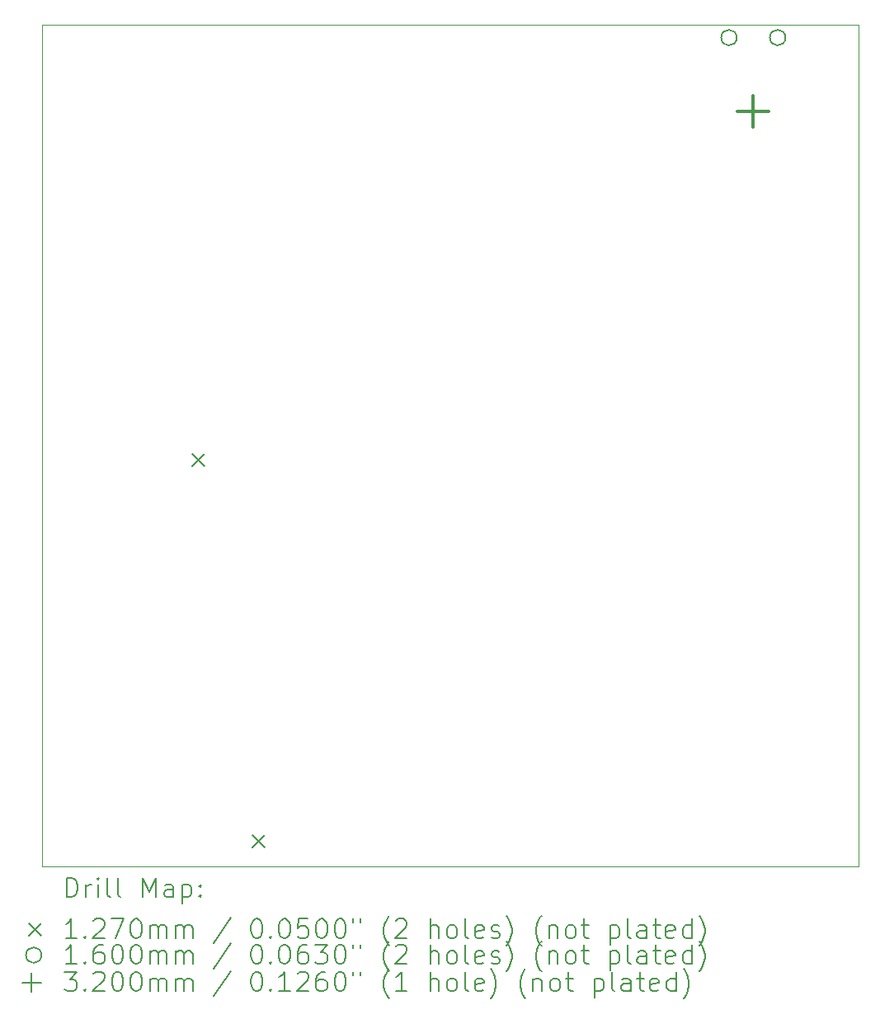
<source format=gbr>
%TF.GenerationSoftware,KiCad,Pcbnew,(6.0.7)*%
%TF.CreationDate,2022-08-03T23:00:54+02:00*%
%TF.ProjectId,SD_interrupter,53445f69-6e74-4657-9272-75707465722e,rev?*%
%TF.SameCoordinates,Original*%
%TF.FileFunction,Drillmap*%
%TF.FilePolarity,Positive*%
%FSLAX45Y45*%
G04 Gerber Fmt 4.5, Leading zero omitted, Abs format (unit mm)*
G04 Created by KiCad (PCBNEW (6.0.7)) date 2022-08-03 23:00:54*
%MOMM*%
%LPD*%
G01*
G04 APERTURE LIST*
%ADD10C,0.100000*%
%ADD11C,0.200000*%
%ADD12C,0.127000*%
%ADD13C,0.160000*%
%ADD14C,0.320000*%
G04 APERTURE END LIST*
D10*
X2158600Y-2540000D02*
X10540600Y-2540000D01*
X10540600Y-2540000D02*
X10540600Y-11176000D01*
X10540600Y-11176000D02*
X2158600Y-11176000D01*
X2158600Y-11176000D02*
X2158600Y-2540000D01*
D11*
D12*
X3698200Y-6938500D02*
X3825200Y-7065500D01*
X3825200Y-6938500D02*
X3698200Y-7065500D01*
X4316000Y-10854500D02*
X4443000Y-10981500D01*
X4443000Y-10854500D02*
X4316000Y-10981500D01*
D13*
X9291763Y-2671000D02*
G75*
G03*
X9291763Y-2671000I-80000J0D01*
G01*
X9791763Y-2671000D02*
G75*
G03*
X9791763Y-2671000I-80000J0D01*
G01*
D14*
X9461763Y-3271000D02*
X9461763Y-3591000D01*
X9301763Y-3431000D02*
X9621763Y-3431000D01*
D11*
X2411219Y-11491476D02*
X2411219Y-11291476D01*
X2458838Y-11291476D01*
X2487410Y-11301000D01*
X2506457Y-11320048D01*
X2515981Y-11339095D01*
X2525505Y-11377190D01*
X2525505Y-11405762D01*
X2515981Y-11443857D01*
X2506457Y-11462905D01*
X2487410Y-11481952D01*
X2458838Y-11491476D01*
X2411219Y-11491476D01*
X2611219Y-11491476D02*
X2611219Y-11358143D01*
X2611219Y-11396238D02*
X2620743Y-11377190D01*
X2630267Y-11367667D01*
X2649314Y-11358143D01*
X2668362Y-11358143D01*
X2735029Y-11491476D02*
X2735029Y-11358143D01*
X2735029Y-11291476D02*
X2725505Y-11301000D01*
X2735029Y-11310524D01*
X2744552Y-11301000D01*
X2735029Y-11291476D01*
X2735029Y-11310524D01*
X2858838Y-11491476D02*
X2839790Y-11481952D01*
X2830267Y-11462905D01*
X2830267Y-11291476D01*
X2963600Y-11491476D02*
X2944552Y-11481952D01*
X2935028Y-11462905D01*
X2935028Y-11291476D01*
X3192171Y-11491476D02*
X3192171Y-11291476D01*
X3258838Y-11434333D01*
X3325505Y-11291476D01*
X3325505Y-11491476D01*
X3506457Y-11491476D02*
X3506457Y-11386714D01*
X3496933Y-11367667D01*
X3477886Y-11358143D01*
X3439790Y-11358143D01*
X3420743Y-11367667D01*
X3506457Y-11481952D02*
X3487409Y-11491476D01*
X3439790Y-11491476D01*
X3420743Y-11481952D01*
X3411219Y-11462905D01*
X3411219Y-11443857D01*
X3420743Y-11424809D01*
X3439790Y-11415286D01*
X3487409Y-11415286D01*
X3506457Y-11405762D01*
X3601695Y-11358143D02*
X3601695Y-11558143D01*
X3601695Y-11367667D02*
X3620743Y-11358143D01*
X3658838Y-11358143D01*
X3677886Y-11367667D01*
X3687409Y-11377190D01*
X3696933Y-11396238D01*
X3696933Y-11453381D01*
X3687409Y-11472428D01*
X3677886Y-11481952D01*
X3658838Y-11491476D01*
X3620743Y-11491476D01*
X3601695Y-11481952D01*
X3782648Y-11472428D02*
X3792171Y-11481952D01*
X3782648Y-11491476D01*
X3773124Y-11481952D01*
X3782648Y-11472428D01*
X3782648Y-11491476D01*
X3782648Y-11367667D02*
X3792171Y-11377190D01*
X3782648Y-11386714D01*
X3773124Y-11377190D01*
X3782648Y-11367667D01*
X3782648Y-11386714D01*
D12*
X2026600Y-11757500D02*
X2153600Y-11884500D01*
X2153600Y-11757500D02*
X2026600Y-11884500D01*
D11*
X2515981Y-11911476D02*
X2401695Y-11911476D01*
X2458838Y-11911476D02*
X2458838Y-11711476D01*
X2439790Y-11740048D01*
X2420743Y-11759095D01*
X2401695Y-11768619D01*
X2601695Y-11892428D02*
X2611219Y-11901952D01*
X2601695Y-11911476D01*
X2592171Y-11901952D01*
X2601695Y-11892428D01*
X2601695Y-11911476D01*
X2687410Y-11730524D02*
X2696933Y-11721000D01*
X2715981Y-11711476D01*
X2763600Y-11711476D01*
X2782648Y-11721000D01*
X2792171Y-11730524D01*
X2801695Y-11749571D01*
X2801695Y-11768619D01*
X2792171Y-11797190D01*
X2677886Y-11911476D01*
X2801695Y-11911476D01*
X2868362Y-11711476D02*
X3001695Y-11711476D01*
X2915981Y-11911476D01*
X3115981Y-11711476D02*
X3135028Y-11711476D01*
X3154076Y-11721000D01*
X3163600Y-11730524D01*
X3173124Y-11749571D01*
X3182648Y-11787667D01*
X3182648Y-11835286D01*
X3173124Y-11873381D01*
X3163600Y-11892428D01*
X3154076Y-11901952D01*
X3135028Y-11911476D01*
X3115981Y-11911476D01*
X3096933Y-11901952D01*
X3087409Y-11892428D01*
X3077886Y-11873381D01*
X3068362Y-11835286D01*
X3068362Y-11787667D01*
X3077886Y-11749571D01*
X3087409Y-11730524D01*
X3096933Y-11721000D01*
X3115981Y-11711476D01*
X3268362Y-11911476D02*
X3268362Y-11778143D01*
X3268362Y-11797190D02*
X3277886Y-11787667D01*
X3296933Y-11778143D01*
X3325505Y-11778143D01*
X3344552Y-11787667D01*
X3354076Y-11806714D01*
X3354076Y-11911476D01*
X3354076Y-11806714D02*
X3363600Y-11787667D01*
X3382648Y-11778143D01*
X3411219Y-11778143D01*
X3430267Y-11787667D01*
X3439790Y-11806714D01*
X3439790Y-11911476D01*
X3535028Y-11911476D02*
X3535028Y-11778143D01*
X3535028Y-11797190D02*
X3544552Y-11787667D01*
X3563600Y-11778143D01*
X3592171Y-11778143D01*
X3611219Y-11787667D01*
X3620743Y-11806714D01*
X3620743Y-11911476D01*
X3620743Y-11806714D02*
X3630267Y-11787667D01*
X3649314Y-11778143D01*
X3677886Y-11778143D01*
X3696933Y-11787667D01*
X3706457Y-11806714D01*
X3706457Y-11911476D01*
X4096933Y-11701952D02*
X3925505Y-11959095D01*
X4354076Y-11711476D02*
X4373124Y-11711476D01*
X4392171Y-11721000D01*
X4401695Y-11730524D01*
X4411219Y-11749571D01*
X4420743Y-11787667D01*
X4420743Y-11835286D01*
X4411219Y-11873381D01*
X4401695Y-11892428D01*
X4392171Y-11901952D01*
X4373124Y-11911476D01*
X4354076Y-11911476D01*
X4335029Y-11901952D01*
X4325505Y-11892428D01*
X4315981Y-11873381D01*
X4306457Y-11835286D01*
X4306457Y-11787667D01*
X4315981Y-11749571D01*
X4325505Y-11730524D01*
X4335029Y-11721000D01*
X4354076Y-11711476D01*
X4506457Y-11892428D02*
X4515981Y-11901952D01*
X4506457Y-11911476D01*
X4496933Y-11901952D01*
X4506457Y-11892428D01*
X4506457Y-11911476D01*
X4639790Y-11711476D02*
X4658838Y-11711476D01*
X4677886Y-11721000D01*
X4687410Y-11730524D01*
X4696933Y-11749571D01*
X4706457Y-11787667D01*
X4706457Y-11835286D01*
X4696933Y-11873381D01*
X4687410Y-11892428D01*
X4677886Y-11901952D01*
X4658838Y-11911476D01*
X4639790Y-11911476D01*
X4620743Y-11901952D01*
X4611219Y-11892428D01*
X4601695Y-11873381D01*
X4592171Y-11835286D01*
X4592171Y-11787667D01*
X4601695Y-11749571D01*
X4611219Y-11730524D01*
X4620743Y-11721000D01*
X4639790Y-11711476D01*
X4887410Y-11711476D02*
X4792171Y-11711476D01*
X4782648Y-11806714D01*
X4792171Y-11797190D01*
X4811219Y-11787667D01*
X4858838Y-11787667D01*
X4877886Y-11797190D01*
X4887410Y-11806714D01*
X4896933Y-11825762D01*
X4896933Y-11873381D01*
X4887410Y-11892428D01*
X4877886Y-11901952D01*
X4858838Y-11911476D01*
X4811219Y-11911476D01*
X4792171Y-11901952D01*
X4782648Y-11892428D01*
X5020743Y-11711476D02*
X5039790Y-11711476D01*
X5058838Y-11721000D01*
X5068362Y-11730524D01*
X5077886Y-11749571D01*
X5087410Y-11787667D01*
X5087410Y-11835286D01*
X5077886Y-11873381D01*
X5068362Y-11892428D01*
X5058838Y-11901952D01*
X5039790Y-11911476D01*
X5020743Y-11911476D01*
X5001695Y-11901952D01*
X4992171Y-11892428D01*
X4982648Y-11873381D01*
X4973124Y-11835286D01*
X4973124Y-11787667D01*
X4982648Y-11749571D01*
X4992171Y-11730524D01*
X5001695Y-11721000D01*
X5020743Y-11711476D01*
X5211219Y-11711476D02*
X5230267Y-11711476D01*
X5249314Y-11721000D01*
X5258838Y-11730524D01*
X5268362Y-11749571D01*
X5277886Y-11787667D01*
X5277886Y-11835286D01*
X5268362Y-11873381D01*
X5258838Y-11892428D01*
X5249314Y-11901952D01*
X5230267Y-11911476D01*
X5211219Y-11911476D01*
X5192171Y-11901952D01*
X5182648Y-11892428D01*
X5173124Y-11873381D01*
X5163600Y-11835286D01*
X5163600Y-11787667D01*
X5173124Y-11749571D01*
X5182648Y-11730524D01*
X5192171Y-11721000D01*
X5211219Y-11711476D01*
X5354076Y-11711476D02*
X5354076Y-11749571D01*
X5430267Y-11711476D02*
X5430267Y-11749571D01*
X5725505Y-11987667D02*
X5715981Y-11978143D01*
X5696933Y-11949571D01*
X5687409Y-11930524D01*
X5677886Y-11901952D01*
X5668362Y-11854333D01*
X5668362Y-11816238D01*
X5677886Y-11768619D01*
X5687409Y-11740048D01*
X5696933Y-11721000D01*
X5715981Y-11692428D01*
X5725505Y-11682905D01*
X5792171Y-11730524D02*
X5801695Y-11721000D01*
X5820743Y-11711476D01*
X5868362Y-11711476D01*
X5887409Y-11721000D01*
X5896933Y-11730524D01*
X5906457Y-11749571D01*
X5906457Y-11768619D01*
X5896933Y-11797190D01*
X5782648Y-11911476D01*
X5906457Y-11911476D01*
X6144552Y-11911476D02*
X6144552Y-11711476D01*
X6230267Y-11911476D02*
X6230267Y-11806714D01*
X6220743Y-11787667D01*
X6201695Y-11778143D01*
X6173124Y-11778143D01*
X6154076Y-11787667D01*
X6144552Y-11797190D01*
X6354076Y-11911476D02*
X6335028Y-11901952D01*
X6325505Y-11892428D01*
X6315981Y-11873381D01*
X6315981Y-11816238D01*
X6325505Y-11797190D01*
X6335028Y-11787667D01*
X6354076Y-11778143D01*
X6382648Y-11778143D01*
X6401695Y-11787667D01*
X6411219Y-11797190D01*
X6420743Y-11816238D01*
X6420743Y-11873381D01*
X6411219Y-11892428D01*
X6401695Y-11901952D01*
X6382648Y-11911476D01*
X6354076Y-11911476D01*
X6535028Y-11911476D02*
X6515981Y-11901952D01*
X6506457Y-11882905D01*
X6506457Y-11711476D01*
X6687409Y-11901952D02*
X6668362Y-11911476D01*
X6630267Y-11911476D01*
X6611219Y-11901952D01*
X6601695Y-11882905D01*
X6601695Y-11806714D01*
X6611219Y-11787667D01*
X6630267Y-11778143D01*
X6668362Y-11778143D01*
X6687409Y-11787667D01*
X6696933Y-11806714D01*
X6696933Y-11825762D01*
X6601695Y-11844809D01*
X6773124Y-11901952D02*
X6792171Y-11911476D01*
X6830267Y-11911476D01*
X6849314Y-11901952D01*
X6858838Y-11882905D01*
X6858838Y-11873381D01*
X6849314Y-11854333D01*
X6830267Y-11844809D01*
X6801695Y-11844809D01*
X6782648Y-11835286D01*
X6773124Y-11816238D01*
X6773124Y-11806714D01*
X6782648Y-11787667D01*
X6801695Y-11778143D01*
X6830267Y-11778143D01*
X6849314Y-11787667D01*
X6925505Y-11987667D02*
X6935028Y-11978143D01*
X6954076Y-11949571D01*
X6963600Y-11930524D01*
X6973124Y-11901952D01*
X6982648Y-11854333D01*
X6982648Y-11816238D01*
X6973124Y-11768619D01*
X6963600Y-11740048D01*
X6954076Y-11721000D01*
X6935028Y-11692428D01*
X6925505Y-11682905D01*
X7287409Y-11987667D02*
X7277886Y-11978143D01*
X7258838Y-11949571D01*
X7249314Y-11930524D01*
X7239790Y-11901952D01*
X7230267Y-11854333D01*
X7230267Y-11816238D01*
X7239790Y-11768619D01*
X7249314Y-11740048D01*
X7258838Y-11721000D01*
X7277886Y-11692428D01*
X7287409Y-11682905D01*
X7363600Y-11778143D02*
X7363600Y-11911476D01*
X7363600Y-11797190D02*
X7373124Y-11787667D01*
X7392171Y-11778143D01*
X7420743Y-11778143D01*
X7439790Y-11787667D01*
X7449314Y-11806714D01*
X7449314Y-11911476D01*
X7573124Y-11911476D02*
X7554076Y-11901952D01*
X7544552Y-11892428D01*
X7535028Y-11873381D01*
X7535028Y-11816238D01*
X7544552Y-11797190D01*
X7554076Y-11787667D01*
X7573124Y-11778143D01*
X7601695Y-11778143D01*
X7620743Y-11787667D01*
X7630267Y-11797190D01*
X7639790Y-11816238D01*
X7639790Y-11873381D01*
X7630267Y-11892428D01*
X7620743Y-11901952D01*
X7601695Y-11911476D01*
X7573124Y-11911476D01*
X7696933Y-11778143D02*
X7773124Y-11778143D01*
X7725505Y-11711476D02*
X7725505Y-11882905D01*
X7735028Y-11901952D01*
X7754076Y-11911476D01*
X7773124Y-11911476D01*
X7992171Y-11778143D02*
X7992171Y-11978143D01*
X7992171Y-11787667D02*
X8011219Y-11778143D01*
X8049314Y-11778143D01*
X8068362Y-11787667D01*
X8077886Y-11797190D01*
X8087409Y-11816238D01*
X8087409Y-11873381D01*
X8077886Y-11892428D01*
X8068362Y-11901952D01*
X8049314Y-11911476D01*
X8011219Y-11911476D01*
X7992171Y-11901952D01*
X8201695Y-11911476D02*
X8182648Y-11901952D01*
X8173124Y-11882905D01*
X8173124Y-11711476D01*
X8363600Y-11911476D02*
X8363600Y-11806714D01*
X8354076Y-11787667D01*
X8335028Y-11778143D01*
X8296933Y-11778143D01*
X8277886Y-11787667D01*
X8363600Y-11901952D02*
X8344552Y-11911476D01*
X8296933Y-11911476D01*
X8277886Y-11901952D01*
X8268362Y-11882905D01*
X8268362Y-11863857D01*
X8277886Y-11844809D01*
X8296933Y-11835286D01*
X8344552Y-11835286D01*
X8363600Y-11825762D01*
X8430267Y-11778143D02*
X8506457Y-11778143D01*
X8458838Y-11711476D02*
X8458838Y-11882905D01*
X8468362Y-11901952D01*
X8487410Y-11911476D01*
X8506457Y-11911476D01*
X8649314Y-11901952D02*
X8630267Y-11911476D01*
X8592171Y-11911476D01*
X8573124Y-11901952D01*
X8563600Y-11882905D01*
X8563600Y-11806714D01*
X8573124Y-11787667D01*
X8592171Y-11778143D01*
X8630267Y-11778143D01*
X8649314Y-11787667D01*
X8658838Y-11806714D01*
X8658838Y-11825762D01*
X8563600Y-11844809D01*
X8830267Y-11911476D02*
X8830267Y-11711476D01*
X8830267Y-11901952D02*
X8811219Y-11911476D01*
X8773124Y-11911476D01*
X8754076Y-11901952D01*
X8744552Y-11892428D01*
X8735029Y-11873381D01*
X8735029Y-11816238D01*
X8744552Y-11797190D01*
X8754076Y-11787667D01*
X8773124Y-11778143D01*
X8811219Y-11778143D01*
X8830267Y-11787667D01*
X8906457Y-11987667D02*
X8915981Y-11978143D01*
X8935029Y-11949571D01*
X8944552Y-11930524D01*
X8954076Y-11901952D01*
X8963600Y-11854333D01*
X8963600Y-11816238D01*
X8954076Y-11768619D01*
X8944552Y-11740048D01*
X8935029Y-11721000D01*
X8915981Y-11692428D01*
X8906457Y-11682905D01*
D13*
X2153600Y-12085000D02*
G75*
G03*
X2153600Y-12085000I-80000J0D01*
G01*
D11*
X2515981Y-12175476D02*
X2401695Y-12175476D01*
X2458838Y-12175476D02*
X2458838Y-11975476D01*
X2439790Y-12004048D01*
X2420743Y-12023095D01*
X2401695Y-12032619D01*
X2601695Y-12156428D02*
X2611219Y-12165952D01*
X2601695Y-12175476D01*
X2592171Y-12165952D01*
X2601695Y-12156428D01*
X2601695Y-12175476D01*
X2782648Y-11975476D02*
X2744552Y-11975476D01*
X2725505Y-11985000D01*
X2715981Y-11994524D01*
X2696933Y-12023095D01*
X2687410Y-12061190D01*
X2687410Y-12137381D01*
X2696933Y-12156428D01*
X2706457Y-12165952D01*
X2725505Y-12175476D01*
X2763600Y-12175476D01*
X2782648Y-12165952D01*
X2792171Y-12156428D01*
X2801695Y-12137381D01*
X2801695Y-12089762D01*
X2792171Y-12070714D01*
X2782648Y-12061190D01*
X2763600Y-12051667D01*
X2725505Y-12051667D01*
X2706457Y-12061190D01*
X2696933Y-12070714D01*
X2687410Y-12089762D01*
X2925505Y-11975476D02*
X2944552Y-11975476D01*
X2963600Y-11985000D01*
X2973124Y-11994524D01*
X2982648Y-12013571D01*
X2992171Y-12051667D01*
X2992171Y-12099286D01*
X2982648Y-12137381D01*
X2973124Y-12156428D01*
X2963600Y-12165952D01*
X2944552Y-12175476D01*
X2925505Y-12175476D01*
X2906457Y-12165952D01*
X2896933Y-12156428D01*
X2887409Y-12137381D01*
X2877886Y-12099286D01*
X2877886Y-12051667D01*
X2887409Y-12013571D01*
X2896933Y-11994524D01*
X2906457Y-11985000D01*
X2925505Y-11975476D01*
X3115981Y-11975476D02*
X3135028Y-11975476D01*
X3154076Y-11985000D01*
X3163600Y-11994524D01*
X3173124Y-12013571D01*
X3182648Y-12051667D01*
X3182648Y-12099286D01*
X3173124Y-12137381D01*
X3163600Y-12156428D01*
X3154076Y-12165952D01*
X3135028Y-12175476D01*
X3115981Y-12175476D01*
X3096933Y-12165952D01*
X3087409Y-12156428D01*
X3077886Y-12137381D01*
X3068362Y-12099286D01*
X3068362Y-12051667D01*
X3077886Y-12013571D01*
X3087409Y-11994524D01*
X3096933Y-11985000D01*
X3115981Y-11975476D01*
X3268362Y-12175476D02*
X3268362Y-12042143D01*
X3268362Y-12061190D02*
X3277886Y-12051667D01*
X3296933Y-12042143D01*
X3325505Y-12042143D01*
X3344552Y-12051667D01*
X3354076Y-12070714D01*
X3354076Y-12175476D01*
X3354076Y-12070714D02*
X3363600Y-12051667D01*
X3382648Y-12042143D01*
X3411219Y-12042143D01*
X3430267Y-12051667D01*
X3439790Y-12070714D01*
X3439790Y-12175476D01*
X3535028Y-12175476D02*
X3535028Y-12042143D01*
X3535028Y-12061190D02*
X3544552Y-12051667D01*
X3563600Y-12042143D01*
X3592171Y-12042143D01*
X3611219Y-12051667D01*
X3620743Y-12070714D01*
X3620743Y-12175476D01*
X3620743Y-12070714D02*
X3630267Y-12051667D01*
X3649314Y-12042143D01*
X3677886Y-12042143D01*
X3696933Y-12051667D01*
X3706457Y-12070714D01*
X3706457Y-12175476D01*
X4096933Y-11965952D02*
X3925505Y-12223095D01*
X4354076Y-11975476D02*
X4373124Y-11975476D01*
X4392171Y-11985000D01*
X4401695Y-11994524D01*
X4411219Y-12013571D01*
X4420743Y-12051667D01*
X4420743Y-12099286D01*
X4411219Y-12137381D01*
X4401695Y-12156428D01*
X4392171Y-12165952D01*
X4373124Y-12175476D01*
X4354076Y-12175476D01*
X4335029Y-12165952D01*
X4325505Y-12156428D01*
X4315981Y-12137381D01*
X4306457Y-12099286D01*
X4306457Y-12051667D01*
X4315981Y-12013571D01*
X4325505Y-11994524D01*
X4335029Y-11985000D01*
X4354076Y-11975476D01*
X4506457Y-12156428D02*
X4515981Y-12165952D01*
X4506457Y-12175476D01*
X4496933Y-12165952D01*
X4506457Y-12156428D01*
X4506457Y-12175476D01*
X4639790Y-11975476D02*
X4658838Y-11975476D01*
X4677886Y-11985000D01*
X4687410Y-11994524D01*
X4696933Y-12013571D01*
X4706457Y-12051667D01*
X4706457Y-12099286D01*
X4696933Y-12137381D01*
X4687410Y-12156428D01*
X4677886Y-12165952D01*
X4658838Y-12175476D01*
X4639790Y-12175476D01*
X4620743Y-12165952D01*
X4611219Y-12156428D01*
X4601695Y-12137381D01*
X4592171Y-12099286D01*
X4592171Y-12051667D01*
X4601695Y-12013571D01*
X4611219Y-11994524D01*
X4620743Y-11985000D01*
X4639790Y-11975476D01*
X4877886Y-11975476D02*
X4839790Y-11975476D01*
X4820743Y-11985000D01*
X4811219Y-11994524D01*
X4792171Y-12023095D01*
X4782648Y-12061190D01*
X4782648Y-12137381D01*
X4792171Y-12156428D01*
X4801695Y-12165952D01*
X4820743Y-12175476D01*
X4858838Y-12175476D01*
X4877886Y-12165952D01*
X4887410Y-12156428D01*
X4896933Y-12137381D01*
X4896933Y-12089762D01*
X4887410Y-12070714D01*
X4877886Y-12061190D01*
X4858838Y-12051667D01*
X4820743Y-12051667D01*
X4801695Y-12061190D01*
X4792171Y-12070714D01*
X4782648Y-12089762D01*
X4963600Y-11975476D02*
X5087410Y-11975476D01*
X5020743Y-12051667D01*
X5049314Y-12051667D01*
X5068362Y-12061190D01*
X5077886Y-12070714D01*
X5087410Y-12089762D01*
X5087410Y-12137381D01*
X5077886Y-12156428D01*
X5068362Y-12165952D01*
X5049314Y-12175476D01*
X4992171Y-12175476D01*
X4973124Y-12165952D01*
X4963600Y-12156428D01*
X5211219Y-11975476D02*
X5230267Y-11975476D01*
X5249314Y-11985000D01*
X5258838Y-11994524D01*
X5268362Y-12013571D01*
X5277886Y-12051667D01*
X5277886Y-12099286D01*
X5268362Y-12137381D01*
X5258838Y-12156428D01*
X5249314Y-12165952D01*
X5230267Y-12175476D01*
X5211219Y-12175476D01*
X5192171Y-12165952D01*
X5182648Y-12156428D01*
X5173124Y-12137381D01*
X5163600Y-12099286D01*
X5163600Y-12051667D01*
X5173124Y-12013571D01*
X5182648Y-11994524D01*
X5192171Y-11985000D01*
X5211219Y-11975476D01*
X5354076Y-11975476D02*
X5354076Y-12013571D01*
X5430267Y-11975476D02*
X5430267Y-12013571D01*
X5725505Y-12251667D02*
X5715981Y-12242143D01*
X5696933Y-12213571D01*
X5687409Y-12194524D01*
X5677886Y-12165952D01*
X5668362Y-12118333D01*
X5668362Y-12080238D01*
X5677886Y-12032619D01*
X5687409Y-12004048D01*
X5696933Y-11985000D01*
X5715981Y-11956428D01*
X5725505Y-11946905D01*
X5792171Y-11994524D02*
X5801695Y-11985000D01*
X5820743Y-11975476D01*
X5868362Y-11975476D01*
X5887409Y-11985000D01*
X5896933Y-11994524D01*
X5906457Y-12013571D01*
X5906457Y-12032619D01*
X5896933Y-12061190D01*
X5782648Y-12175476D01*
X5906457Y-12175476D01*
X6144552Y-12175476D02*
X6144552Y-11975476D01*
X6230267Y-12175476D02*
X6230267Y-12070714D01*
X6220743Y-12051667D01*
X6201695Y-12042143D01*
X6173124Y-12042143D01*
X6154076Y-12051667D01*
X6144552Y-12061190D01*
X6354076Y-12175476D02*
X6335028Y-12165952D01*
X6325505Y-12156428D01*
X6315981Y-12137381D01*
X6315981Y-12080238D01*
X6325505Y-12061190D01*
X6335028Y-12051667D01*
X6354076Y-12042143D01*
X6382648Y-12042143D01*
X6401695Y-12051667D01*
X6411219Y-12061190D01*
X6420743Y-12080238D01*
X6420743Y-12137381D01*
X6411219Y-12156428D01*
X6401695Y-12165952D01*
X6382648Y-12175476D01*
X6354076Y-12175476D01*
X6535028Y-12175476D02*
X6515981Y-12165952D01*
X6506457Y-12146905D01*
X6506457Y-11975476D01*
X6687409Y-12165952D02*
X6668362Y-12175476D01*
X6630267Y-12175476D01*
X6611219Y-12165952D01*
X6601695Y-12146905D01*
X6601695Y-12070714D01*
X6611219Y-12051667D01*
X6630267Y-12042143D01*
X6668362Y-12042143D01*
X6687409Y-12051667D01*
X6696933Y-12070714D01*
X6696933Y-12089762D01*
X6601695Y-12108809D01*
X6773124Y-12165952D02*
X6792171Y-12175476D01*
X6830267Y-12175476D01*
X6849314Y-12165952D01*
X6858838Y-12146905D01*
X6858838Y-12137381D01*
X6849314Y-12118333D01*
X6830267Y-12108809D01*
X6801695Y-12108809D01*
X6782648Y-12099286D01*
X6773124Y-12080238D01*
X6773124Y-12070714D01*
X6782648Y-12051667D01*
X6801695Y-12042143D01*
X6830267Y-12042143D01*
X6849314Y-12051667D01*
X6925505Y-12251667D02*
X6935028Y-12242143D01*
X6954076Y-12213571D01*
X6963600Y-12194524D01*
X6973124Y-12165952D01*
X6982648Y-12118333D01*
X6982648Y-12080238D01*
X6973124Y-12032619D01*
X6963600Y-12004048D01*
X6954076Y-11985000D01*
X6935028Y-11956428D01*
X6925505Y-11946905D01*
X7287409Y-12251667D02*
X7277886Y-12242143D01*
X7258838Y-12213571D01*
X7249314Y-12194524D01*
X7239790Y-12165952D01*
X7230267Y-12118333D01*
X7230267Y-12080238D01*
X7239790Y-12032619D01*
X7249314Y-12004048D01*
X7258838Y-11985000D01*
X7277886Y-11956428D01*
X7287409Y-11946905D01*
X7363600Y-12042143D02*
X7363600Y-12175476D01*
X7363600Y-12061190D02*
X7373124Y-12051667D01*
X7392171Y-12042143D01*
X7420743Y-12042143D01*
X7439790Y-12051667D01*
X7449314Y-12070714D01*
X7449314Y-12175476D01*
X7573124Y-12175476D02*
X7554076Y-12165952D01*
X7544552Y-12156428D01*
X7535028Y-12137381D01*
X7535028Y-12080238D01*
X7544552Y-12061190D01*
X7554076Y-12051667D01*
X7573124Y-12042143D01*
X7601695Y-12042143D01*
X7620743Y-12051667D01*
X7630267Y-12061190D01*
X7639790Y-12080238D01*
X7639790Y-12137381D01*
X7630267Y-12156428D01*
X7620743Y-12165952D01*
X7601695Y-12175476D01*
X7573124Y-12175476D01*
X7696933Y-12042143D02*
X7773124Y-12042143D01*
X7725505Y-11975476D02*
X7725505Y-12146905D01*
X7735028Y-12165952D01*
X7754076Y-12175476D01*
X7773124Y-12175476D01*
X7992171Y-12042143D02*
X7992171Y-12242143D01*
X7992171Y-12051667D02*
X8011219Y-12042143D01*
X8049314Y-12042143D01*
X8068362Y-12051667D01*
X8077886Y-12061190D01*
X8087409Y-12080238D01*
X8087409Y-12137381D01*
X8077886Y-12156428D01*
X8068362Y-12165952D01*
X8049314Y-12175476D01*
X8011219Y-12175476D01*
X7992171Y-12165952D01*
X8201695Y-12175476D02*
X8182648Y-12165952D01*
X8173124Y-12146905D01*
X8173124Y-11975476D01*
X8363600Y-12175476D02*
X8363600Y-12070714D01*
X8354076Y-12051667D01*
X8335028Y-12042143D01*
X8296933Y-12042143D01*
X8277886Y-12051667D01*
X8363600Y-12165952D02*
X8344552Y-12175476D01*
X8296933Y-12175476D01*
X8277886Y-12165952D01*
X8268362Y-12146905D01*
X8268362Y-12127857D01*
X8277886Y-12108809D01*
X8296933Y-12099286D01*
X8344552Y-12099286D01*
X8363600Y-12089762D01*
X8430267Y-12042143D02*
X8506457Y-12042143D01*
X8458838Y-11975476D02*
X8458838Y-12146905D01*
X8468362Y-12165952D01*
X8487410Y-12175476D01*
X8506457Y-12175476D01*
X8649314Y-12165952D02*
X8630267Y-12175476D01*
X8592171Y-12175476D01*
X8573124Y-12165952D01*
X8563600Y-12146905D01*
X8563600Y-12070714D01*
X8573124Y-12051667D01*
X8592171Y-12042143D01*
X8630267Y-12042143D01*
X8649314Y-12051667D01*
X8658838Y-12070714D01*
X8658838Y-12089762D01*
X8563600Y-12108809D01*
X8830267Y-12175476D02*
X8830267Y-11975476D01*
X8830267Y-12165952D02*
X8811219Y-12175476D01*
X8773124Y-12175476D01*
X8754076Y-12165952D01*
X8744552Y-12156428D01*
X8735029Y-12137381D01*
X8735029Y-12080238D01*
X8744552Y-12061190D01*
X8754076Y-12051667D01*
X8773124Y-12042143D01*
X8811219Y-12042143D01*
X8830267Y-12051667D01*
X8906457Y-12251667D02*
X8915981Y-12242143D01*
X8935029Y-12213571D01*
X8944552Y-12194524D01*
X8954076Y-12165952D01*
X8963600Y-12118333D01*
X8963600Y-12080238D01*
X8954076Y-12032619D01*
X8944552Y-12004048D01*
X8935029Y-11985000D01*
X8915981Y-11956428D01*
X8906457Y-11946905D01*
X2053600Y-12265000D02*
X2053600Y-12465000D01*
X1953600Y-12365000D02*
X2153600Y-12365000D01*
X2392171Y-12255476D02*
X2515981Y-12255476D01*
X2449314Y-12331667D01*
X2477886Y-12331667D01*
X2496933Y-12341190D01*
X2506457Y-12350714D01*
X2515981Y-12369762D01*
X2515981Y-12417381D01*
X2506457Y-12436428D01*
X2496933Y-12445952D01*
X2477886Y-12455476D01*
X2420743Y-12455476D01*
X2401695Y-12445952D01*
X2392171Y-12436428D01*
X2601695Y-12436428D02*
X2611219Y-12445952D01*
X2601695Y-12455476D01*
X2592171Y-12445952D01*
X2601695Y-12436428D01*
X2601695Y-12455476D01*
X2687410Y-12274524D02*
X2696933Y-12265000D01*
X2715981Y-12255476D01*
X2763600Y-12255476D01*
X2782648Y-12265000D01*
X2792171Y-12274524D01*
X2801695Y-12293571D01*
X2801695Y-12312619D01*
X2792171Y-12341190D01*
X2677886Y-12455476D01*
X2801695Y-12455476D01*
X2925505Y-12255476D02*
X2944552Y-12255476D01*
X2963600Y-12265000D01*
X2973124Y-12274524D01*
X2982648Y-12293571D01*
X2992171Y-12331667D01*
X2992171Y-12379286D01*
X2982648Y-12417381D01*
X2973124Y-12436428D01*
X2963600Y-12445952D01*
X2944552Y-12455476D01*
X2925505Y-12455476D01*
X2906457Y-12445952D01*
X2896933Y-12436428D01*
X2887409Y-12417381D01*
X2877886Y-12379286D01*
X2877886Y-12331667D01*
X2887409Y-12293571D01*
X2896933Y-12274524D01*
X2906457Y-12265000D01*
X2925505Y-12255476D01*
X3115981Y-12255476D02*
X3135028Y-12255476D01*
X3154076Y-12265000D01*
X3163600Y-12274524D01*
X3173124Y-12293571D01*
X3182648Y-12331667D01*
X3182648Y-12379286D01*
X3173124Y-12417381D01*
X3163600Y-12436428D01*
X3154076Y-12445952D01*
X3135028Y-12455476D01*
X3115981Y-12455476D01*
X3096933Y-12445952D01*
X3087409Y-12436428D01*
X3077886Y-12417381D01*
X3068362Y-12379286D01*
X3068362Y-12331667D01*
X3077886Y-12293571D01*
X3087409Y-12274524D01*
X3096933Y-12265000D01*
X3115981Y-12255476D01*
X3268362Y-12455476D02*
X3268362Y-12322143D01*
X3268362Y-12341190D02*
X3277886Y-12331667D01*
X3296933Y-12322143D01*
X3325505Y-12322143D01*
X3344552Y-12331667D01*
X3354076Y-12350714D01*
X3354076Y-12455476D01*
X3354076Y-12350714D02*
X3363600Y-12331667D01*
X3382648Y-12322143D01*
X3411219Y-12322143D01*
X3430267Y-12331667D01*
X3439790Y-12350714D01*
X3439790Y-12455476D01*
X3535028Y-12455476D02*
X3535028Y-12322143D01*
X3535028Y-12341190D02*
X3544552Y-12331667D01*
X3563600Y-12322143D01*
X3592171Y-12322143D01*
X3611219Y-12331667D01*
X3620743Y-12350714D01*
X3620743Y-12455476D01*
X3620743Y-12350714D02*
X3630267Y-12331667D01*
X3649314Y-12322143D01*
X3677886Y-12322143D01*
X3696933Y-12331667D01*
X3706457Y-12350714D01*
X3706457Y-12455476D01*
X4096933Y-12245952D02*
X3925505Y-12503095D01*
X4354076Y-12255476D02*
X4373124Y-12255476D01*
X4392171Y-12265000D01*
X4401695Y-12274524D01*
X4411219Y-12293571D01*
X4420743Y-12331667D01*
X4420743Y-12379286D01*
X4411219Y-12417381D01*
X4401695Y-12436428D01*
X4392171Y-12445952D01*
X4373124Y-12455476D01*
X4354076Y-12455476D01*
X4335029Y-12445952D01*
X4325505Y-12436428D01*
X4315981Y-12417381D01*
X4306457Y-12379286D01*
X4306457Y-12331667D01*
X4315981Y-12293571D01*
X4325505Y-12274524D01*
X4335029Y-12265000D01*
X4354076Y-12255476D01*
X4506457Y-12436428D02*
X4515981Y-12445952D01*
X4506457Y-12455476D01*
X4496933Y-12445952D01*
X4506457Y-12436428D01*
X4506457Y-12455476D01*
X4706457Y-12455476D02*
X4592171Y-12455476D01*
X4649314Y-12455476D02*
X4649314Y-12255476D01*
X4630267Y-12284048D01*
X4611219Y-12303095D01*
X4592171Y-12312619D01*
X4782648Y-12274524D02*
X4792171Y-12265000D01*
X4811219Y-12255476D01*
X4858838Y-12255476D01*
X4877886Y-12265000D01*
X4887410Y-12274524D01*
X4896933Y-12293571D01*
X4896933Y-12312619D01*
X4887410Y-12341190D01*
X4773124Y-12455476D01*
X4896933Y-12455476D01*
X5068362Y-12255476D02*
X5030267Y-12255476D01*
X5011219Y-12265000D01*
X5001695Y-12274524D01*
X4982648Y-12303095D01*
X4973124Y-12341190D01*
X4973124Y-12417381D01*
X4982648Y-12436428D01*
X4992171Y-12445952D01*
X5011219Y-12455476D01*
X5049314Y-12455476D01*
X5068362Y-12445952D01*
X5077886Y-12436428D01*
X5087410Y-12417381D01*
X5087410Y-12369762D01*
X5077886Y-12350714D01*
X5068362Y-12341190D01*
X5049314Y-12331667D01*
X5011219Y-12331667D01*
X4992171Y-12341190D01*
X4982648Y-12350714D01*
X4973124Y-12369762D01*
X5211219Y-12255476D02*
X5230267Y-12255476D01*
X5249314Y-12265000D01*
X5258838Y-12274524D01*
X5268362Y-12293571D01*
X5277886Y-12331667D01*
X5277886Y-12379286D01*
X5268362Y-12417381D01*
X5258838Y-12436428D01*
X5249314Y-12445952D01*
X5230267Y-12455476D01*
X5211219Y-12455476D01*
X5192171Y-12445952D01*
X5182648Y-12436428D01*
X5173124Y-12417381D01*
X5163600Y-12379286D01*
X5163600Y-12331667D01*
X5173124Y-12293571D01*
X5182648Y-12274524D01*
X5192171Y-12265000D01*
X5211219Y-12255476D01*
X5354076Y-12255476D02*
X5354076Y-12293571D01*
X5430267Y-12255476D02*
X5430267Y-12293571D01*
X5725505Y-12531667D02*
X5715981Y-12522143D01*
X5696933Y-12493571D01*
X5687409Y-12474524D01*
X5677886Y-12445952D01*
X5668362Y-12398333D01*
X5668362Y-12360238D01*
X5677886Y-12312619D01*
X5687409Y-12284048D01*
X5696933Y-12265000D01*
X5715981Y-12236428D01*
X5725505Y-12226905D01*
X5906457Y-12455476D02*
X5792171Y-12455476D01*
X5849314Y-12455476D02*
X5849314Y-12255476D01*
X5830267Y-12284048D01*
X5811219Y-12303095D01*
X5792171Y-12312619D01*
X6144552Y-12455476D02*
X6144552Y-12255476D01*
X6230267Y-12455476D02*
X6230267Y-12350714D01*
X6220743Y-12331667D01*
X6201695Y-12322143D01*
X6173124Y-12322143D01*
X6154076Y-12331667D01*
X6144552Y-12341190D01*
X6354076Y-12455476D02*
X6335028Y-12445952D01*
X6325505Y-12436428D01*
X6315981Y-12417381D01*
X6315981Y-12360238D01*
X6325505Y-12341190D01*
X6335028Y-12331667D01*
X6354076Y-12322143D01*
X6382648Y-12322143D01*
X6401695Y-12331667D01*
X6411219Y-12341190D01*
X6420743Y-12360238D01*
X6420743Y-12417381D01*
X6411219Y-12436428D01*
X6401695Y-12445952D01*
X6382648Y-12455476D01*
X6354076Y-12455476D01*
X6535028Y-12455476D02*
X6515981Y-12445952D01*
X6506457Y-12426905D01*
X6506457Y-12255476D01*
X6687409Y-12445952D02*
X6668362Y-12455476D01*
X6630267Y-12455476D01*
X6611219Y-12445952D01*
X6601695Y-12426905D01*
X6601695Y-12350714D01*
X6611219Y-12331667D01*
X6630267Y-12322143D01*
X6668362Y-12322143D01*
X6687409Y-12331667D01*
X6696933Y-12350714D01*
X6696933Y-12369762D01*
X6601695Y-12388809D01*
X6763600Y-12531667D02*
X6773124Y-12522143D01*
X6792171Y-12493571D01*
X6801695Y-12474524D01*
X6811219Y-12445952D01*
X6820743Y-12398333D01*
X6820743Y-12360238D01*
X6811219Y-12312619D01*
X6801695Y-12284048D01*
X6792171Y-12265000D01*
X6773124Y-12236428D01*
X6763600Y-12226905D01*
X7125505Y-12531667D02*
X7115981Y-12522143D01*
X7096933Y-12493571D01*
X7087409Y-12474524D01*
X7077886Y-12445952D01*
X7068362Y-12398333D01*
X7068362Y-12360238D01*
X7077886Y-12312619D01*
X7087409Y-12284048D01*
X7096933Y-12265000D01*
X7115981Y-12236428D01*
X7125505Y-12226905D01*
X7201695Y-12322143D02*
X7201695Y-12455476D01*
X7201695Y-12341190D02*
X7211219Y-12331667D01*
X7230267Y-12322143D01*
X7258838Y-12322143D01*
X7277886Y-12331667D01*
X7287409Y-12350714D01*
X7287409Y-12455476D01*
X7411219Y-12455476D02*
X7392171Y-12445952D01*
X7382648Y-12436428D01*
X7373124Y-12417381D01*
X7373124Y-12360238D01*
X7382648Y-12341190D01*
X7392171Y-12331667D01*
X7411219Y-12322143D01*
X7439790Y-12322143D01*
X7458838Y-12331667D01*
X7468362Y-12341190D01*
X7477886Y-12360238D01*
X7477886Y-12417381D01*
X7468362Y-12436428D01*
X7458838Y-12445952D01*
X7439790Y-12455476D01*
X7411219Y-12455476D01*
X7535028Y-12322143D02*
X7611219Y-12322143D01*
X7563600Y-12255476D02*
X7563600Y-12426905D01*
X7573124Y-12445952D01*
X7592171Y-12455476D01*
X7611219Y-12455476D01*
X7830267Y-12322143D02*
X7830267Y-12522143D01*
X7830267Y-12331667D02*
X7849314Y-12322143D01*
X7887409Y-12322143D01*
X7906457Y-12331667D01*
X7915981Y-12341190D01*
X7925505Y-12360238D01*
X7925505Y-12417381D01*
X7915981Y-12436428D01*
X7906457Y-12445952D01*
X7887409Y-12455476D01*
X7849314Y-12455476D01*
X7830267Y-12445952D01*
X8039790Y-12455476D02*
X8020743Y-12445952D01*
X8011219Y-12426905D01*
X8011219Y-12255476D01*
X8201695Y-12455476D02*
X8201695Y-12350714D01*
X8192171Y-12331667D01*
X8173124Y-12322143D01*
X8135028Y-12322143D01*
X8115981Y-12331667D01*
X8201695Y-12445952D02*
X8182648Y-12455476D01*
X8135028Y-12455476D01*
X8115981Y-12445952D01*
X8106457Y-12426905D01*
X8106457Y-12407857D01*
X8115981Y-12388809D01*
X8135028Y-12379286D01*
X8182648Y-12379286D01*
X8201695Y-12369762D01*
X8268362Y-12322143D02*
X8344552Y-12322143D01*
X8296933Y-12255476D02*
X8296933Y-12426905D01*
X8306457Y-12445952D01*
X8325505Y-12455476D01*
X8344552Y-12455476D01*
X8487410Y-12445952D02*
X8468362Y-12455476D01*
X8430267Y-12455476D01*
X8411219Y-12445952D01*
X8401695Y-12426905D01*
X8401695Y-12350714D01*
X8411219Y-12331667D01*
X8430267Y-12322143D01*
X8468362Y-12322143D01*
X8487410Y-12331667D01*
X8496933Y-12350714D01*
X8496933Y-12369762D01*
X8401695Y-12388809D01*
X8668362Y-12455476D02*
X8668362Y-12255476D01*
X8668362Y-12445952D02*
X8649314Y-12455476D01*
X8611219Y-12455476D01*
X8592171Y-12445952D01*
X8582648Y-12436428D01*
X8573124Y-12417381D01*
X8573124Y-12360238D01*
X8582648Y-12341190D01*
X8592171Y-12331667D01*
X8611219Y-12322143D01*
X8649314Y-12322143D01*
X8668362Y-12331667D01*
X8744552Y-12531667D02*
X8754076Y-12522143D01*
X8773124Y-12493571D01*
X8782648Y-12474524D01*
X8792171Y-12445952D01*
X8801695Y-12398333D01*
X8801695Y-12360238D01*
X8792171Y-12312619D01*
X8782648Y-12284048D01*
X8773124Y-12265000D01*
X8754076Y-12236428D01*
X8744552Y-12226905D01*
M02*

</source>
